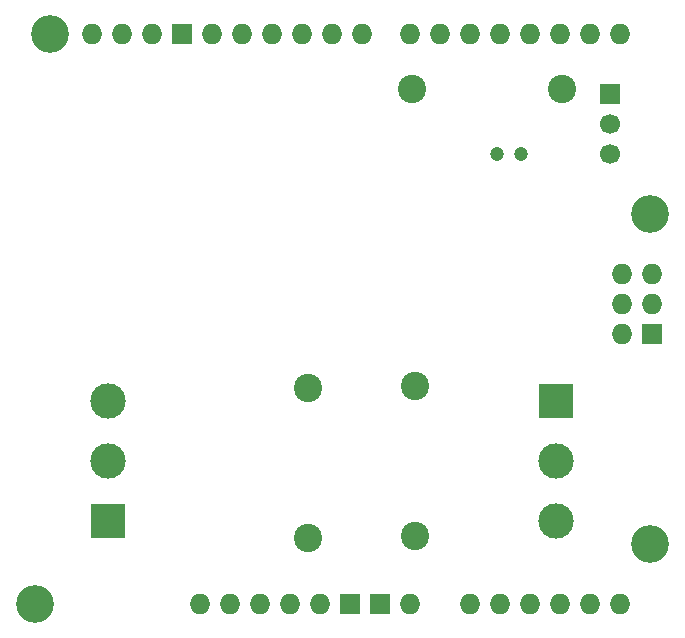
<source format=gbr>
%TF.GenerationSoftware,KiCad,Pcbnew,9.0.4*%
%TF.CreationDate,2025-09-27T21:55:19+08:00*%
%TF.ProjectId,SolarTrackingSystem,536f6c61-7254-4726-9163-6b696e675379,0*%
%TF.SameCoordinates,Original*%
%TF.FileFunction,Soldermask,Top*%
%TF.FilePolarity,Negative*%
%FSLAX46Y46*%
G04 Gerber Fmt 4.6, Leading zero omitted, Abs format (unit mm)*
G04 Created by KiCad (PCBNEW 9.0.4) date 2025-09-27 21:55:19*
%MOMM*%
%LPD*%
G01*
G04 APERTURE LIST*
%ADD10C,2.400000*%
%ADD11R,1.700000X1.700000*%
%ADD12C,1.700000*%
%ADD13R,3.000000X3.000000*%
%ADD14C,3.000000*%
%ADD15C,1.200000*%
%ADD16C,3.200000*%
%ADD17O,1.727200X1.727200*%
%ADD18R,1.727200X1.727200*%
G04 APERTURE END LIST*
D10*
%TO.C,R1*%
X157500000Y-66000000D03*
X144800000Y-66000000D03*
%TD*%
%TO.C,R2*%
X136000000Y-91300000D03*
X136000000Y-104000000D03*
%TD*%
D11*
%TO.C,J1*%
X161500000Y-66460000D03*
D12*
X161500000Y-69000000D03*
X161500000Y-71540000D03*
%TD*%
D13*
%TO.C,J2*%
X157000000Y-92420000D03*
D14*
X157000000Y-97500000D03*
X157000000Y-102580000D03*
%TD*%
D15*
%TO.C,C1*%
X152000000Y-71500000D03*
X154000000Y-71500000D03*
%TD*%
D16*
%TO.C,A1*%
X112870000Y-109600000D03*
X114140000Y-61340000D03*
D17*
X126840000Y-109600000D03*
D16*
X164940000Y-76580000D03*
X164940000Y-104520000D03*
D17*
X134460000Y-109600000D03*
X137000000Y-109600000D03*
X165067000Y-81660000D03*
X149700000Y-109600000D03*
X152240000Y-109600000D03*
X154780000Y-109600000D03*
X157320000Y-109600000D03*
X159860000Y-109600000D03*
X162400000Y-109600000D03*
X122776000Y-61340000D03*
X162400000Y-61340000D03*
X159860000Y-61340000D03*
X157320000Y-61340000D03*
X154780000Y-61340000D03*
X152240000Y-61340000D03*
X149700000Y-61340000D03*
X147160000Y-61340000D03*
X144620000Y-61340000D03*
X140556000Y-61340000D03*
X138016000Y-61340000D03*
X135476000Y-61340000D03*
X132936000Y-61340000D03*
X130396000Y-61340000D03*
X127856000Y-61340000D03*
D18*
X125316000Y-61340000D03*
X139540000Y-109600000D03*
X142080000Y-109600000D03*
X165067000Y-86740000D03*
D17*
X129380000Y-109600000D03*
X162527000Y-81660000D03*
X165067000Y-84200000D03*
X131920000Y-109600000D03*
X162527000Y-86740000D03*
X162527000Y-84200000D03*
X117696000Y-61340000D03*
X120236000Y-61340000D03*
X144620000Y-109600000D03*
%TD*%
D10*
%TO.C,R3*%
X145000000Y-91150000D03*
X145000000Y-103850000D03*
%TD*%
D13*
%TO.C,J3*%
X119000000Y-102580000D03*
D14*
X119000000Y-97500000D03*
X119000000Y-92420000D03*
%TD*%
M02*

</source>
